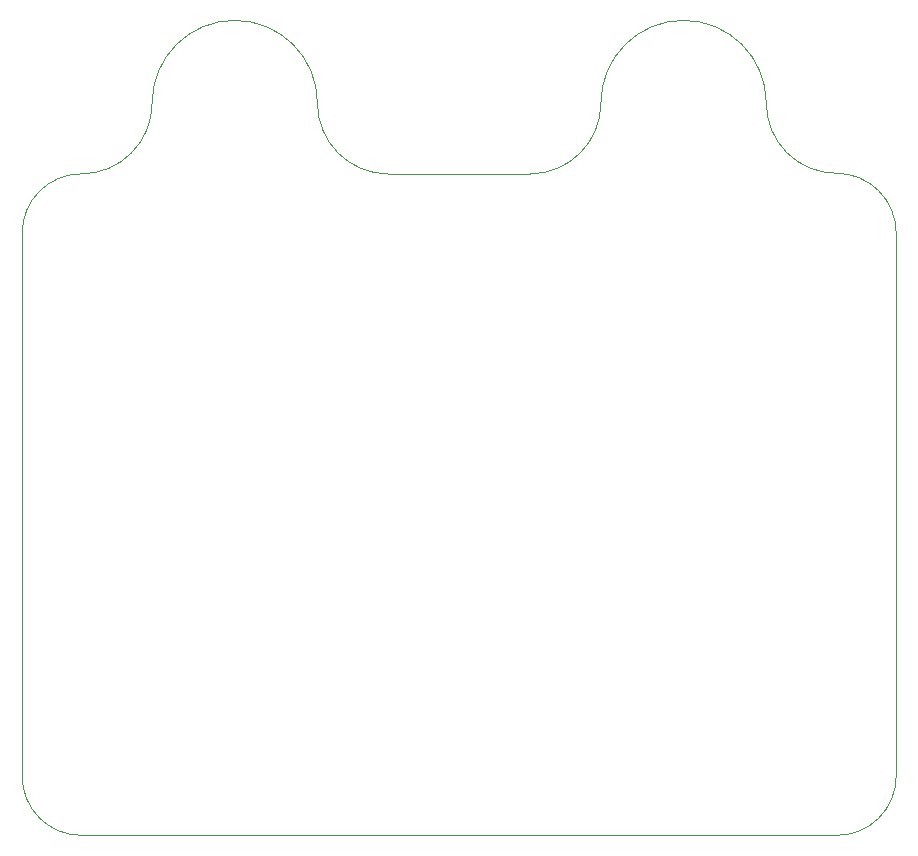
<source format=gbr>
%TF.GenerationSoftware,KiCad,Pcbnew,7.0.11-rc3*%
%TF.CreationDate,2025-03-16T23:28:45+08:00*%
%TF.ProjectId,mainhoop-light,6d61696e-686f-46f7-902d-6c696768742e,rev?*%
%TF.SameCoordinates,Original*%
%TF.FileFunction,Profile,NP*%
%FSLAX46Y46*%
G04 Gerber Fmt 4.6, Leading zero omitted, Abs format (unit mm)*
G04 Created by KiCad (PCBNEW 7.0.11-rc3) date 2025-03-16 23:28:45*
%MOMM*%
%LPD*%
G01*
G04 APERTURE LIST*
%TA.AperFunction,Profile*%
%ADD10C,0.050000*%
%TD*%
G04 APERTURE END LIST*
D10*
X87000000Y-29160000D02*
G75*
G03*
X73000000Y-29160000I-7000000J0D01*
G01*
X136000000Y-40160000D02*
G75*
G03*
X130944000Y-35104000I-5056000J0D01*
G01*
X136000000Y-86160000D02*
X136000000Y-40160000D01*
X62000000Y-86160000D02*
G75*
G03*
X67000000Y-91160000I5000000J0D01*
G01*
X105000000Y-35160000D02*
G75*
G03*
X111000000Y-29160000I0J6000000D01*
G01*
X125000000Y-29160000D02*
G75*
G03*
X130944000Y-35104000I5944000J0D01*
G01*
X67000000Y-91160000D02*
X131000000Y-91160000D01*
X67000000Y-35160000D02*
G75*
G03*
X62000000Y-40160000I0J-5000000D01*
G01*
X93000000Y-35160000D02*
X105000000Y-35160000D01*
X125000000Y-29160000D02*
G75*
G03*
X111000000Y-29160000I-7000000J0D01*
G01*
X67000000Y-35160000D02*
G75*
G03*
X73000000Y-29160000I0J6000000D01*
G01*
X62000000Y-86160000D02*
X62000000Y-40160000D01*
X87000000Y-29160000D02*
G75*
G03*
X93000000Y-35160000I6000000J0D01*
G01*
X131000000Y-91160000D02*
G75*
G03*
X136000000Y-86160000I0J5000000D01*
G01*
M02*

</source>
